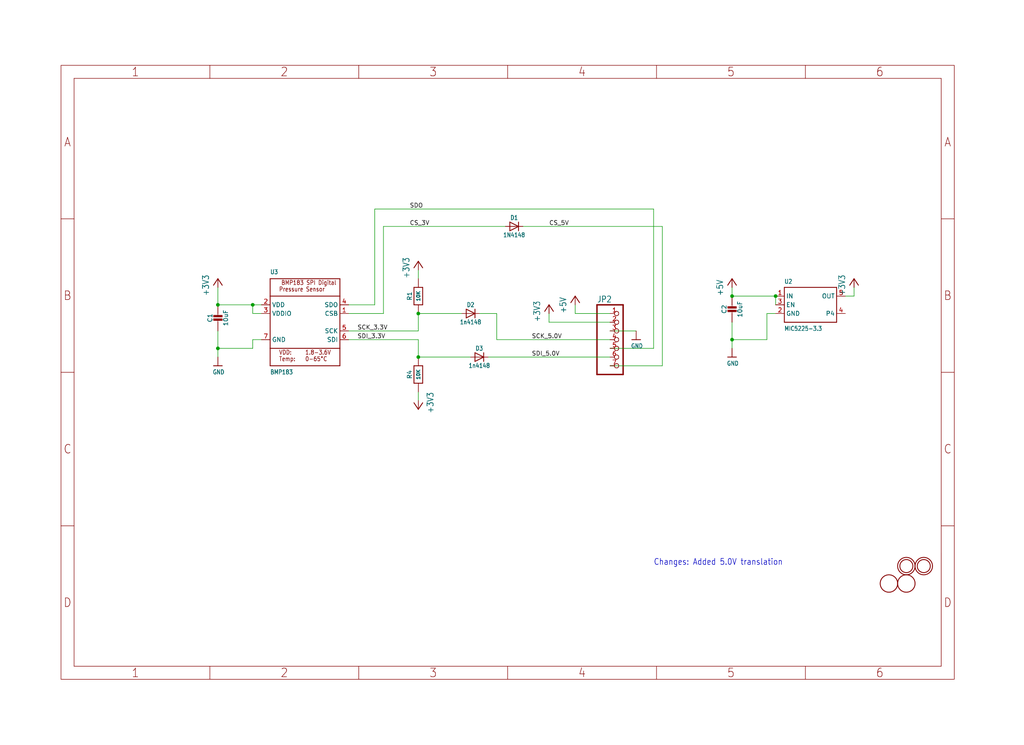
<source format=kicad_sch>
(kicad_sch (version 20230121) (generator eeschema)
  (paper "User" 298.45 217.322)
  (lib_symbols
    (symbol "working-eagle-import:+3V3" (power)
      (property "Value" "+3V3" (at -2.54 -5.08 90))
      (symbol "+3V3_1_0"
        (polyline (pts (xy 0 0) (xy -1.27 -1.905)) (stroke (width 0.254)))
        (polyline (pts (xy 1.27 -1.905) (xy 0 0)) (stroke (width 0.254)))
        (pin power_in line (at 0 -2.54 90) (length 2.54) (name "+3V3") (number "1"))
      )
    )
    (symbol "working-eagle-import:+5V" (power)
      (property "Value" "+5V" (at -2.54 -5.08 90))
      (symbol "+5V_1_0"
        (polyline (pts (xy 0 0) (xy -1.27 -1.905)) (stroke (width 0.254)))
        (polyline (pts (xy 1.27 -1.905) (xy 0 0)) (stroke (width 0.254)))
        (pin power_in line (at 0 -2.54 90) (length 2.54) (name "+5V") (number "1"))
      )
    )
    (symbol "working-eagle-import:BMP183"
      (property "Reference" "IC" (at -10.16 13.97 0))
      (symbol "BMP183_1_0"
        (polyline (pts (xy -10.16 -7.62) (xy -10.16 -12.7)) (stroke (width 0.254)))
        (polyline (pts (xy -10.16 -7.62) (xy -10.16 7.62)) (stroke (width 0.254)))
        (polyline (pts (xy -10.16 7.62) (xy 10.16 7.62)) (stroke (width 0.254)))
        (polyline (pts (xy -10.16 12.7) (xy -10.16 7.62)) (stroke (width 0.254)))
        (polyline (pts (xy -10.16 12.7) (xy 10.16 12.7)) (stroke (width 0.254)))
        (polyline (pts (xy 10.16 -12.7) (xy -10.16 -12.7)) (stroke (width 0.254)))
        (polyline (pts (xy 10.16 -7.62) (xy -10.16 -7.62)) (stroke (width 0.254)))
        (polyline (pts (xy 10.16 -7.62) (xy 10.16 -12.7)) (stroke (width 0.254)))
        (polyline (pts (xy 10.16 7.62) (xy 10.16 -7.62)) (stroke (width 0.254)))
        (polyline (pts (xy 10.16 12.7) (xy 10.16 7.62)) (stroke (width 0.254)))
        (text "0-65°C" (at 0 -11.43 0) (effects (font (size 1.27 1.0795)) (justify left bottom)))
        (text "1.8-3.6V" (at 0 -9.525 0) (effects (font (size 1.27 1.0795)) (justify left bottom)))
        (text "BMP183 SPI Digital" (at -6.985 10.795 0) (effects (font (size 1.27 1.0795)) (justify left bottom)))
        (text "Pressure Sensor" (at -7.62 8.89 0) (effects (font (size 1.27 1.0795)) (justify left bottom)))
        (text "Temp:" (at -7.62 -11.43 0) (effects (font (size 1.27 1.0795)) (justify left bottom)))
        (text "VDD:" (at -7.62 -9.525 0) (effects (font (size 1.27 1.0795)) (justify left bottom)))
        (pin input line (at 12.7 2.54 180) (length 2.54) (name "CSB") (number "1"))
        (pin power_in line (at -12.7 5.08 0) (length 2.54) (name "VDD") (number "2"))
        (pin power_in line (at -12.7 2.54 0) (length 2.54) (name "VDDIO") (number "3"))
        (pin output line (at 12.7 5.08 180) (length 2.54) (name "SDO") (number "4"))
        (pin input line (at 12.7 -2.54 180) (length 2.54) (name "SCK") (number "5"))
        (pin input line (at 12.7 -5.08 180) (length 2.54) (name "SDI") (number "6"))
        (pin power_in line (at -12.7 -5.08 0) (length 2.54) (name "GND") (number "7"))
      )
    )
    (symbol "working-eagle-import:CAP_CERAMIC0805-NOOUTLINE"
      (property "Reference" "C" (at -2.29 1.25 90))
      (symbol "CAP_CERAMIC0805-NOOUTLINE_1_0"
        (rectangle (start -1.27 0.508) (end 1.27 1.016) (fill (type outline)))
        (rectangle (start -1.27 1.524) (end 1.27 2.032) (fill (type outline)))
        (polyline (pts (xy 0 0.762) (xy 0 0)) (stroke (width 0.1524)))
        (polyline (pts (xy 0 2.54) (xy 0 1.778)) (stroke (width 0.1524)))
        (pin passive line (at 0 5.08 270) (length 2.54) (name "1") (number "1"))
        (pin passive line (at 0 -2.54 90) (length 2.54) (name "2") (number "2"))
      )
    )
    (symbol "working-eagle-import:DIODESOD-323"
      (property "Reference" "D" (at 0 2.54 0))
      (symbol "DIODESOD-323_1_0"
        (polyline (pts (xy -1.27 -1.27) (xy 1.27 0)) (stroke (width 0.254)))
        (polyline (pts (xy -1.27 1.27) (xy -1.27 -1.27)) (stroke (width 0.254)))
        (polyline (pts (xy 1.27 0) (xy -1.27 1.27)) (stroke (width 0.254)))
        (polyline (pts (xy 1.27 0) (xy 1.27 -1.27)) (stroke (width 0.254)))
        (polyline (pts (xy 1.27 1.27) (xy 1.27 0)) (stroke (width 0.254)))
        (pin passive line (at -2.54 0 0) (length 2.54) (name "A") (number "A"))
        (pin passive line (at 2.54 0 180) (length 2.54) (name "C") (number "C"))
      )
    )
    (symbol "working-eagle-import:FIDUCIAL"
      (symbol "FIDUCIAL_1_0"
        (circle (center 0 0) (radius 2.54) (stroke (width 0.254)))
      )
    )
    (symbol "working-eagle-import:FRAME_A4"
      (symbol "FRAME_A4_1_0"
        (polyline (pts (xy 0 44.7675) (xy 3.81 44.7675)))
        (polyline (pts (xy 0 89.535) (xy 3.81 89.535)))
        (polyline (pts (xy 0 134.3025) (xy 3.81 134.3025)))
        (polyline (pts (xy 3.81 3.81) (xy 3.81 175.26)))
        (polyline (pts (xy 43.3917 0) (xy 43.3917 3.81)))
        (polyline (pts (xy 43.3917 175.26) (xy 43.3917 179.07)))
        (polyline (pts (xy 86.7833 0) (xy 86.7833 3.81)))
        (polyline (pts (xy 86.7833 175.26) (xy 86.7833 179.07)))
        (polyline (pts (xy 130.175 0) (xy 130.175 3.81)))
        (polyline (pts (xy 130.175 175.26) (xy 130.175 179.07)))
        (polyline (pts (xy 173.5667 0) (xy 173.5667 3.81)))
        (polyline (pts (xy 173.5667 175.26) (xy 173.5667 179.07)))
        (polyline (pts (xy 216.9583 0) (xy 216.9583 3.81)))
        (polyline (pts (xy 216.9583 175.26) (xy 216.9583 179.07)))
        (polyline (pts (xy 256.54 3.81) (xy 3.81 3.81)))
        (polyline (pts (xy 256.54 3.81) (xy 256.54 8.89)) (stroke (width 0.1016)))
        (polyline (pts (xy 256.54 3.81) (xy 256.54 175.26)))
        (polyline (pts (xy 256.54 8.89) (xy 256.54 13.97)) (stroke (width 0.1016)))
        (polyline (pts (xy 256.54 13.97) (xy 256.54 19.05)) (stroke (width 0.1016)))
        (polyline (pts (xy 256.54 19.05) (xy 256.54 36.83)) (stroke (width 0.1016)))
        (polyline (pts (xy 256.54 44.7675) (xy 260.35 44.7675)))
        (polyline (pts (xy 256.54 89.535) (xy 260.35 89.535)))
        (polyline (pts (xy 256.54 134.3025) (xy 260.35 134.3025)))
        (polyline (pts (xy 256.54 175.26) (xy 3.81 175.26)))
        (polyline (pts (xy 0 0) (xy 260.35 0) (xy 260.35 179.07) (xy 0 179.07) (xy 0 0)))
        (text "1" (at 21.6958 1.905 0) (effects (font (size 2.54 2.286))))
        (text "1" (at 21.6958 177.165 0) (effects (font (size 2.54 2.286))))
        (text "2" (at 65.0875 1.905 0) (effects (font (size 2.54 2.286))))
        (text "2" (at 65.0875 177.165 0) (effects (font (size 2.54 2.286))))
        (text "3" (at 108.4792 1.905 0) (effects (font (size 2.54 2.286))))
        (text "3" (at 108.4792 177.165 0) (effects (font (size 2.54 2.286))))
        (text "4" (at 151.8708 1.905 0) (effects (font (size 2.54 2.286))))
        (text "4" (at 151.8708 177.165 0) (effects (font (size 2.54 2.286))))
        (text "5" (at 195.2625 1.905 0) (effects (font (size 2.54 2.286))))
        (text "5" (at 195.2625 177.165 0) (effects (font (size 2.54 2.286))))
        (text "6" (at 238.6542 1.905 0) (effects (font (size 2.54 2.286))))
        (text "6" (at 238.6542 177.165 0) (effects (font (size 2.54 2.286))))
        (text "A" (at 1.905 156.6863 0) (effects (font (size 2.54 2.286))))
        (text "A" (at 258.445 156.6863 0) (effects (font (size 2.54 2.286))))
        (text "B" (at 1.905 111.9188 0) (effects (font (size 2.54 2.286))))
        (text "B" (at 258.445 111.9188 0) (effects (font (size 2.54 2.286))))
        (text "C" (at 1.905 67.1513 0) (effects (font (size 2.54 2.286))))
        (text "C" (at 258.445 67.1513 0) (effects (font (size 2.54 2.286))))
        (text "D" (at 1.905 22.3838 0) (effects (font (size 2.54 2.286))))
        (text "D" (at 258.445 22.3838 0) (effects (font (size 2.54 2.286))))
      )
      (symbol "FRAME_A4_2_0"
        (polyline (pts (xy 1.27 -6.35) (xy 1.27 0)) (stroke (width 0.1016)))
        (polyline (pts (xy 1.27 0) (xy 82.55 0)) (stroke (width 0.1016)))
        (polyline (pts (xy 82.55 -6.35) (xy 1.27 -6.35)) (stroke (width 0.1016)))
        (polyline (pts (xy 82.55 0) (xy 82.55 -6.35)) (stroke (width 0.1016)))
        (text "PART OR WHOLE IS STRICTLY PROHIBITED WITHOUT WRITTEN PERMISSION!" (at 3.81 -5.08 0) (effects (font (size 1.27 1.0795)) (justify left bottom)))
        (text "PROPRIETARY" (at 3.81 -10.16 0) (effects (font (size 2.54 2.159) (thickness 0.4318) bold) (justify left bottom)))
        (text "THIS DRAWING CONTAINS CONFIDENTIAL INFORMATION. ANY REPRODUCTION IN" (at 3.81 -2.794 0) (effects (font (size 1.27 1.0795)) (justify left bottom)))
      )
      (symbol "FRAME_A4_3_0"
        (polyline (pts (xy 0 1.27) (xy 20.32 1.27)) (stroke (width 0.6096)))
        (polyline (pts (xy 0 10.16) (xy 0 1.27)) (stroke (width 0.6096)))
        (polyline (pts (xy 0 10.16) (xy 20.32 10.16)) (stroke (width 0.3048)))
        (polyline (pts (xy 0 19.05) (xy 0 10.16)) (stroke (width 0.6096)))
        (polyline (pts (xy 0 19.05) (xy 20.32 19.05)) (stroke (width 0.3048)))
        (polyline (pts (xy 0 27.94) (xy 0 19.05)) (stroke (width 0.6096)))
        (polyline (pts (xy 0 27.94) (xy 20.32 27.94)) (stroke (width 0.3048)))
        (polyline (pts (xy 0 34.29) (xy 0 27.94)) (stroke (width 0.6096)))
        (polyline (pts (xy 20.32 1.27) (xy 20.32 6.35)) (stroke (width 0.3048)))
        (polyline (pts (xy 20.32 1.27) (xy 95.885 1.27)) (stroke (width 0.6096)))
        (polyline (pts (xy 20.32 6.35) (xy 20.32 10.16)) (stroke (width 0.3048)))
        (polyline (pts (xy 20.32 6.35) (xy 88.9 6.35)) (stroke (width 0.3048)))
        (polyline (pts (xy 20.32 10.16) (xy 20.32 19.05)) (stroke (width 0.3048)))
        (polyline (pts (xy 20.32 16.51) (xy 20.32 19.05)) (stroke (width 0.3048)))
        (polyline (pts (xy 20.32 19.05) (xy 20.32 27.94)) (stroke (width 0.3048)))
        (polyline (pts (xy 20.32 27.94) (xy 20.32 34.29)) (stroke (width 0.3048)))
        (polyline (pts (xy 20.32 27.94) (xy 65.0875 27.94)) (stroke (width 0.3048)))
        (polyline (pts (xy 20.32 34.29) (xy 0 34.29)) (stroke (width 0.6096)))
        (polyline (pts (xy 65.0875 27.94) (xy 106.045 27.94)) (stroke (width 0.3048)))
        (polyline (pts (xy 65.0875 34.29) (xy 20.32 34.29)) (stroke (width 0.6096)))
        (polyline (pts (xy 88.9 6.35) (xy 95.885 6.35)) (stroke (width 0.3048)))
        (polyline (pts (xy 88.9 16.51) (xy 20.32 16.51)) (stroke (width 0.3048)))
        (polyline (pts (xy 88.9 16.51) (xy 88.9 6.35)) (stroke (width 0.3048)))
        (polyline (pts (xy 95.885 1.27) (xy 121.92 1.27)) (stroke (width 0.6096)))
        (polyline (pts (xy 95.885 6.35) (xy 95.885 1.27)) (stroke (width 0.3048)))
        (polyline (pts (xy 95.885 6.35) (xy 121.92 6.35)) (stroke (width 0.3048)))
        (polyline (pts (xy 101.6 13.0175) (xy 102.5525 13.0175)) (stroke (width 0.254)))
        (polyline (pts (xy 106.045 27.94) (xy 106.045 34.29)) (stroke (width 0.3048)))
        (polyline (pts (xy 106.045 27.94) (xy 110.49 27.94)) (stroke (width 0.3048)))
        (polyline (pts (xy 106.045 34.29) (xy 65.0875 34.29)) (stroke (width 0.6096)))
        (polyline (pts (xy 110.49 16.51) (xy 88.9 16.51)) (stroke (width 0.3048)))
        (polyline (pts (xy 110.49 27.94) (xy 110.49 16.51)) (stroke (width 0.3048)))
        (polyline (pts (xy 110.49 27.94) (xy 113.03 27.94)) (stroke (width 0.3048)))
        (polyline (pts (xy 113.03 27.94) (xy 121.92 27.94)) (stroke (width 0.3048)))
        (polyline (pts (xy 113.03 34.29) (xy 106.045 34.29)) (stroke (width 0.6096)))
        (polyline (pts (xy 121.92 6.35) (xy 121.92 1.27)) (stroke (width 0.6096)))
        (polyline (pts (xy 121.92 16.51) (xy 110.49 16.51)) (stroke (width 0.3048)))
        (polyline (pts (xy 121.92 16.51) (xy 121.92 6.35)) (stroke (width 0.6096)))
        (polyline (pts (xy 121.92 27.94) (xy 121.92 16.51)) (stroke (width 0.6096)))
        (polyline (pts (xy 121.92 34.29) (xy 113.03 34.29)) (stroke (width 0.6096)))
        (polyline (pts (xy 121.92 34.29) (xy 121.92 27.94)) (stroke (width 0.6096)))
        (circle (center 109.5375 31.115) (radius 1.4199) (stroke (width 0.254)))
        (text "${#}/${##}" (at 109.22 2.54 0) (effects (font (size 2.54 2.54)) (justify left bottom)))
        (text "${CHECKED}" (at 2.54 11.43 0) (effects (font (size 1.778 1.5113)) (justify left bottom)))
        (text "${COMPANY}" (at 23.6538 29.3687 0) (effects (font (size 3.175 2.6987) (thickness 0.5397) bold) (justify left bottom)))
        (text "${CURRENT_DATE}" (at 33.02 8.89 0) (effects (font (size 2.54 2.159)) (justify left bottom)))
        (text "${DATE}" (at 2.54 2.54 0) (effects (font (size 1.778 1.5113)) (justify left bottom)))
        (text "${DRAWN}" (at 2.54 20.32 0) (effects (font (size 1.778 1.5113)) (justify left bottom)))
        (text "${DRGNO}" (at 91.44 8.89 0) (effects (font (size 2.1844 1.8567)) (justify left bottom)))
        (text "${PROJECTNAME}" (at 33.3375 2.54 0) (effects (font (size 2.54 2.159)) (justify left bottom)))
        (text "${REV}" (at 114.3 18.415 0) (effects (font (size 3.81 3.2385)) (justify left bottom)))
        (text "2013" (at 112.7125 30.1625 0) (effects (font (size 1.778 1.5113)) (justify left bottom)))
        (text "C" (at 109.0612 30.48 0) (effects (font (size 1.27 1.0795)) (justify left bottom)))
        (text "CHECKED" (at 1.27 15.875 0) (effects (font (size 1.778 1.5113)) (justify left bottom)))
        (text "DATE" (at 1.27 6.985 0) (effects (font (size 1.778 1.5113)) (justify left bottom)))
        (text "DATE" (at 21.59 12.7 0) (effects (font (size 2.54 2.54)) (justify left bottom)))
        (text "DRAWN" (at 1.27 24.765 0) (effects (font (size 1.778 1.5113)) (justify left bottom)))
        (text "DRG" (at 90.17 12.7 0) (effects (font (size 2.54 2.54)) (justify left bottom)))
        (text "FILE:" (at 21.59 2.54 0) (effects (font (size 2.54 2.54)) (justify left bottom)))
        (text "ISSUE" (at 5.3975 30.1625 0) (effects (font (size 1.9304 1.6408)) (justify left bottom)))
        (text "N" (at 98.7425 12.7 0) (effects (font (size 2.54 2.54)) (justify left bottom)))
        (text "o" (at 101.2825 13.6525 0) (effects (font (size 2.1844 1.8567)) (justify left bottom)))
        (text "PAGE:" (at 97.155 2.54 0) (effects (font (size 2.54 2.54)) (justify left bottom)))
        (text "REV" (at 112.7125 24.13 0) (effects (font (size 2.54 2.54)) (justify left bottom)))
        (text "TITLE" (at 21.59 24.13 0) (effects (font (size 2.54 2.54)) (justify left bottom)))
      )
    )
    (symbol "working-eagle-import:GND" (power)
      (property "Value" "GND" (at -1.524 -2.54 0))
      (symbol "GND_1_0"
        (polyline (pts (xy -1.27 0) (xy 1.27 0)) (stroke (width 0.254)))
        (pin power_in line (at 0 2.54 270) (length 2.54) (name "GND") (number "1"))
      )
    )
    (symbol "working-eagle-import:HEADER-1X770MIL"
      (property "Reference" "JP" (at -6.35 10.795 0))
      (symbol "HEADER-1X770MIL_1_0"
        (polyline (pts (xy -6.35 -10.16) (xy 1.27 -10.16)) (stroke (width 0.4064)))
        (polyline (pts (xy -6.35 10.16) (xy -6.35 -10.16)) (stroke (width 0.4064)))
        (polyline (pts (xy 1.27 -10.16) (xy 1.27 10.16)) (stroke (width 0.4064)))
        (polyline (pts (xy 1.27 10.16) (xy -6.35 10.16)) (stroke (width 0.4064)))
        (pin passive inverted (at -2.54 7.62 0) (length 2.54) (name "1") (number "1"))
        (pin passive inverted (at -2.54 5.08 0) (length 2.54) (name "2") (number "2"))
        (pin passive inverted (at -2.54 2.54 0) (length 2.54) (name "3") (number "3"))
        (pin passive inverted (at -2.54 0 0) (length 2.54) (name "4") (number "4"))
        (pin passive inverted (at -2.54 -2.54 0) (length 2.54) (name "5") (number "5"))
        (pin passive inverted (at -2.54 -5.08 0) (length 2.54) (name "6") (number "6"))
        (pin passive inverted (at -2.54 -7.62 0) (length 2.54) (name "7") (number "7"))
      )
    )
    (symbol "working-eagle-import:MOUNTINGHOLE2.0"
      (symbol "MOUNTINGHOLE2.0_1_0"
        (circle (center 0 0) (radius 1.905) (stroke (width 0.254)))
        (circle (center 0 0) (radius 2.54) (stroke (width 0.254)))
      )
    )
    (symbol "working-eagle-import:RESISTOR0805_NOOUTLINE"
      (property "Reference" "R" (at 0 2.54 0))
      (symbol "RESISTOR0805_NOOUTLINE_1_0"
        (polyline (pts (xy -2.54 -1.27) (xy -2.54 1.27)) (stroke (width 0.254)))
        (polyline (pts (xy -2.54 1.27) (xy 2.54 1.27)) (stroke (width 0.254)))
        (polyline (pts (xy 2.54 -1.27) (xy -2.54 -1.27)) (stroke (width 0.254)))
        (polyline (pts (xy 2.54 1.27) (xy 2.54 -1.27)) (stroke (width 0.254)))
        (pin passive line (at -5.08 0 0) (length 2.54) (name "1") (number "1"))
        (pin passive line (at 5.08 0 180) (length 2.54) (name "2") (number "2"))
      )
    )
    (symbol "working-eagle-import:VREG_SOT23-5"
      (property "Reference" "U" (at -7.62 6.096 0))
      (symbol "VREG_SOT23-5_1_0"
        (polyline (pts (xy -7.62 -5.08) (xy -7.62 5.08)) (stroke (width 0.254)))
        (polyline (pts (xy -7.62 5.08) (xy 7.62 5.08)) (stroke (width 0.254)))
        (polyline (pts (xy 7.62 -5.08) (xy -7.62 -5.08)) (stroke (width 0.254)))
        (polyline (pts (xy 7.62 5.08) (xy 7.62 -5.08)) (stroke (width 0.254)))
        (pin power_in line (at -10.16 2.54 0) (length 2.54) (name "IN") (number "1"))
        (pin power_in line (at -10.16 -2.54 0) (length 2.54) (name "GND") (number "2"))
        (pin input line (at -10.16 0 0) (length 2.54) (name "EN") (number "3"))
        (pin bidirectional line (at 10.16 -2.54 180) (length 2.54) (name "P4") (number "4"))
        (pin power_in line (at 10.16 2.54 180) (length 2.54) (name "OUT") (number "5"))
      )
    )
  )
  (junction (at 73.66 88.9))
  (junction (at 63.5 101.6))
  (junction (at 121.92 104.14))
  (junction (at 121.92 91.44))
  (junction (at 63.5 88.9))
  (junction (at 226.06 86.36))
  (junction (at 213.36 86.36))
  (junction (at 213.36 99.06))
  (wire (pts (xy 223.52 99.06) (xy 213.36 99.06)) (stroke (width 0.1524)))
  (wire (pts (xy 73.66 99.06) (xy 76.2 99.06)) (stroke (width 0.1524)))
  (wire (pts (xy 121.92 91.44) (xy 134.62 91.44)) (stroke (width 0.1524)))
  (wire (pts (xy 223.52 91.44) (xy 223.52 99.06)) (stroke (width 0.1524)))
  (wire (pts (xy 63.5 101.6) (xy 63.5 104.14)) (stroke (width 0.1524)))
  (wire (pts (xy 213.36 83.82) (xy 213.36 86.36)) (stroke (width 0.1524)))
  (wire (pts (xy 109.22 88.9) (xy 109.22 60.96)) (stroke (width 0.1524)))
  (wire (pts (xy 121.92 96.52) (xy 101.6 96.52)) (stroke (width 0.1524)))
  (wire (pts (xy 101.6 88.9) (xy 109.22 88.9)) (stroke (width 0.1524)))
  (wire (pts (xy 111.76 66.04) (xy 147.32 66.04)) (stroke (width 0.1524)))
  (wire (pts (xy 213.36 99.06) (xy 213.36 101.6)) (stroke (width 0.1524)))
  (wire (pts (xy 121.92 78.74) (xy 121.92 81.28)) (stroke (width 0.1524)))
  (wire (pts (xy 193.04 66.04) (xy 193.04 106.68)) (stroke (width 0.1524)))
  (wire (pts (xy 226.06 88.9) (xy 226.06 86.36)) (stroke (width 0.1524)))
  (wire (pts (xy 101.6 91.44) (xy 111.76 91.44)) (stroke (width 0.1524)))
  (wire (pts (xy 142.24 104.14) (xy 177.8 104.14)) (stroke (width 0.1524)))
  (wire (pts (xy 121.92 104.14) (xy 121.92 99.06)) (stroke (width 0.1524)))
  (wire (pts (xy 63.5 101.6) (xy 63.5 96.52)) (stroke (width 0.1524)))
  (wire (pts (xy 76.2 91.44) (xy 73.66 91.44)) (stroke (width 0.1524)))
  (wire (pts (xy 121.92 116.84) (xy 121.92 114.3)) (stroke (width 0.1524)))
  (wire (pts (xy 167.64 91.44) (xy 167.64 88.9)) (stroke (width 0.1524)))
  (wire (pts (xy 177.8 91.44) (xy 167.64 91.44)) (stroke (width 0.1524)))
  (wire (pts (xy 101.6 99.06) (xy 121.92 99.06)) (stroke (width 0.1524)))
  (wire (pts (xy 144.78 99.06) (xy 177.8 99.06)) (stroke (width 0.1524)))
  (wire (pts (xy 144.78 91.44) (xy 144.78 99.06)) (stroke (width 0.1524)))
  (wire (pts (xy 248.92 86.36) (xy 248.92 83.82)) (stroke (width 0.1524)))
  (wire (pts (xy 63.5 101.6) (xy 73.66 101.6)) (stroke (width 0.1524)))
  (wire (pts (xy 121.92 96.52) (xy 121.92 91.44)) (stroke (width 0.1524)))
  (wire (pts (xy 76.2 88.9) (xy 73.66 88.9)) (stroke (width 0.1524)))
  (wire (pts (xy 190.5 60.96) (xy 190.5 101.6)) (stroke (width 0.1524)))
  (wire (pts (xy 139.7 91.44) (xy 144.78 91.44)) (stroke (width 0.1524)))
  (wire (pts (xy 152.4 66.04) (xy 193.04 66.04)) (stroke (width 0.1524)))
  (wire (pts (xy 226.06 86.36) (xy 213.36 86.36)) (stroke (width 0.1524)))
  (wire (pts (xy 109.22 60.96) (xy 190.5 60.96)) (stroke (width 0.1524)))
  (wire (pts (xy 73.66 91.44) (xy 73.66 88.9)) (stroke (width 0.1524)))
  (wire (pts (xy 246.38 86.36) (xy 248.92 86.36)) (stroke (width 0.1524)))
  (wire (pts (xy 73.66 101.6) (xy 73.66 99.06)) (stroke (width 0.1524)))
  (wire (pts (xy 213.36 99.06) (xy 213.36 93.98)) (stroke (width 0.1524)))
  (wire (pts (xy 226.06 91.44) (xy 223.52 91.44)) (stroke (width 0.1524)))
  (wire (pts (xy 193.04 106.68) (xy 177.8 106.68)) (stroke (width 0.1524)))
  (wire (pts (xy 63.5 88.9) (xy 63.5 83.82)) (stroke (width 0.1524)))
  (wire (pts (xy 73.66 88.9) (xy 63.5 88.9)) (stroke (width 0.1524)))
  (wire (pts (xy 190.5 101.6) (xy 177.8 101.6)) (stroke (width 0.1524)))
  (wire (pts (xy 137.16 104.14) (xy 121.92 104.14)) (stroke (width 0.1524)))
  (wire (pts (xy 160.02 91.44) (xy 160.02 93.98)) (stroke (width 0.1524)))
  (wire (pts (xy 177.8 96.52) (xy 185.42 96.52)) (stroke (width 0.1524)))
  (wire (pts (xy 111.76 91.44) (xy 111.76 66.04)) (stroke (width 0.1524)))
  (wire (pts (xy 160.02 93.98) (xy 177.8 93.98)) (stroke (width 0.1524)))
  (text "Changes: Added 5.0V translation" (at 190.5 165.1 0) (effects (font (size 1.778 1.5113)) (justify left bottom)))
  (label "CS_5V" (at 160.02 66.04 0) (effects (font (size 1.2446 1.2446))))
  (label "SCK_5.0V" (at 154.94 99.06 0) (effects (font (size 1.2446 1.2446))))
  (label "SDI_5.0V" (at 154.94 104.14 0) (effects (font (size 1.2446 1.2446))))
  (label "CS_3V" (at 119.38 66.04 0) (effects (font (size 1.2446 1.2446))))
  (label "SCK_3.3V" (at 104.14 96.52 0) (effects (font (size 1.2446 1.2446))))
  (label "SDO" (at 119.38 60.96 0) (effects (font (size 1.2446 1.2446))))
  (label "SDI_3.3V" (at 104.14 99.06 0) (effects (font (size 1.2446 1.2446))))
  (symbol (lib_id "working-eagle-import:FIDUCIAL") (at 264.16 170.18 0) (unit 1)
    (property "Reference" "U$15" (effects hide))
    (property "Value" "FIDUCIAL" (effects hide))
    (property "Footprint" "working:FIDUCIAL_1MM" (effects hide))
  )
  (symbol (lib_id "working-eagle-import:+3V3") (at 160.02 88.9 0) (unit 1)
    (property "Reference" "#+3V1" (effects hide))
    (property "Value" "+3V3" (at 157.48 93.98 90) (effects (font (size 1.778 1.5113)) (justify left bottom)))
  )
  (symbol (lib_id "working-eagle-import:DIODESOD-323") (at 139.7 104.14 0) (unit 1)
    (property "Reference" "D3" (at 139.7 101.6 0) (effects (font (size 1.27 1.0795))))
    (property "Value" "1n4148" (at 139.7 106.64 0) (effects (font (size 1.27 1.0795))))
    (property "Footprint" "working:SOD-323" (effects hide))
  )
  (symbol (lib_id "working-eagle-import:DIODESOD-323") (at 137.16 91.44 0) (unit 1)
    (property "Reference" "D2" (at 137.16 88.9 0) (effects (font (size 1.27 1.0795))))
    (property "Value" "1n4148" (at 137.16 93.94 0) (effects (font (size 1.27 1.0795))))
    (property "Footprint" "working:SOD-323" (effects hide))
  )
  (symbol (lib_id "working-eagle-import:CAP_CERAMIC0805-NOOUTLINE") (at 63.5 93.98 0) (unit 1)
    (property "Reference" "C1" (at 61.21 92.73 90))
    (property "Value" "10uF" (at 65.8 92.73 90))
    (property "Footprint" "working:0805-NO" (effects hide))
  )
  (symbol (lib_id "working-eagle-import:GND") (at 185.42 99.06 0) (unit 1)
    (property "Reference" "#U$4" (effects hide))
    (property "Value" "GND" (at 183.896 101.6 0) (effects (font (size 1.27 1.0795)) (justify left bottom)))
  )
  (symbol (lib_id "working-eagle-import:MOUNTINGHOLE2.0") (at 264.16 165.1 0) (unit 1)
    (property "Reference" "U$8" (effects hide))
    (property "Value" "MOUNTINGHOLE2.0" (effects hide))
    (property "Footprint" "working:MOUNTINGHOLE_2.0_PLATED" (effects hide))
  )
  (symbol (lib_id "working-eagle-import:+5V") (at 213.36 81.28 0) (unit 1)
    (property "Reference" "#P+4" (effects hide))
    (property "Value" "+5V" (at 210.82 86.36 90) (effects (font (size 1.778 1.5113)) (justify left bottom)))
  )
  (symbol (lib_id "working-eagle-import:GND") (at 63.5 106.68 0) (unit 1)
    (property "Reference" "#U$3" (effects hide))
    (property "Value" "GND" (at 61.976 109.22 0) (effects (font (size 1.27 1.0795)) (justify left bottom)))
  )
  (symbol (lib_id "working-eagle-import:RESISTOR0805_NOOUTLINE") (at 121.92 86.36 90) (unit 1)
    (property "Reference" "R1" (at 119.38 86.36 0))
    (property "Value" "10K" (at 121.92 86.36 0) (effects (font (size 1.016 1.016) bold)))
    (property "Footprint" "working:0805-NO" (effects hide))
  )
  (symbol (lib_id "working-eagle-import:VREG_SOT23-5") (at 236.22 88.9 0) (unit 1)
    (property "Reference" "U2" (at 228.6 82.804 0) (effects (font (size 1.27 1.0795)) (justify left bottom)))
    (property "Value" "MIC5225-3.3" (at 228.6 96.52 0) (effects (font (size 1.27 1.0795)) (justify left bottom)))
    (property "Footprint" "working:SOT23-5" (effects hide))
  )
  (symbol (lib_id "working-eagle-import:FRAME_A4") (at 17.78 198.12 0) (unit 1)
    (property "Reference" "#FRAME1" (effects hide))
    (property "Value" "FRAME_A4" (effects hide))
  )
  (symbol (lib_id "working-eagle-import:CAP_CERAMIC0805-NOOUTLINE") (at 213.36 91.44 0) (unit 1)
    (property "Reference" "C2" (at 211.07 90.19 90))
    (property "Value" "10uF" (at 215.66 90.19 90))
    (property "Footprint" "working:0805-NO" (effects hide))
  )
  (symbol (lib_id "working-eagle-import:RESISTOR0805_NOOUTLINE") (at 121.92 109.22 90) (unit 1)
    (property "Reference" "R4" (at 119.38 109.22 0))
    (property "Value" "10K" (at 121.92 109.22 0) (effects (font (size 1.016 1.016) bold)))
    (property "Footprint" "working:0805-NO" (effects hide))
  )
  (symbol (lib_id "working-eagle-import:+5V") (at 167.64 86.36 0) (unit 1)
    (property "Reference" "#P+2" (effects hide))
    (property "Value" "+5V" (at 165.1 91.44 90) (effects (font (size 1.778 1.5113)) (justify left bottom)))
  )
  (symbol (lib_id "working-eagle-import:MOUNTINGHOLE2.0") (at 269.24 165.1 0) (unit 1)
    (property "Reference" "U$7" (effects hide))
    (property "Value" "MOUNTINGHOLE2.0" (effects hide))
    (property "Footprint" "working:MOUNTINGHOLE_2.0_PLATED" (effects hide))
  )
  (symbol (lib_id "working-eagle-import:DIODESOD-323") (at 149.86 66.04 0) (unit 1)
    (property "Reference" "D1" (at 149.86 63.5 0) (effects (font (size 1.27 1.0795))))
    (property "Value" "1N4148" (at 149.86 68.54 0) (effects (font (size 1.27 1.0795))))
    (property "Footprint" "working:SOD-323" (effects hide))
  )
  (symbol (lib_id "working-eagle-import:+3V3") (at 121.92 76.2 0) (unit 1)
    (property "Reference" "#+3V4" (effects hide))
    (property "Value" "+3V3" (at 119.38 81.28 90) (effects (font (size 1.778 1.5113)) (justify left bottom)))
  )
  (symbol (lib_id "working-eagle-import:+3V3") (at 248.92 81.28 0) (unit 1)
    (property "Reference" "#+3V6" (effects hide))
    (property "Value" "+3V3" (at 246.38 86.36 90) (effects (font (size 1.778 1.5113)) (justify left bottom)))
  )
  (symbol (lib_id "working-eagle-import:FIDUCIAL") (at 259.08 170.18 0) (unit 1)
    (property "Reference" "U$5" (effects hide))
    (property "Value" "FIDUCIAL" (effects hide))
    (property "Footprint" "working:FIDUCIAL_1MM" (effects hide))
  )
  (symbol (lib_id "working-eagle-import:GND") (at 213.36 104.14 0) (unit 1)
    (property "Reference" "#U$13" (effects hide))
    (property "Value" "GND" (at 211.836 106.68 0) (effects (font (size 1.27 1.0795)) (justify left bottom)))
  )
  (symbol (lib_id "working-eagle-import:+3V3") (at 121.92 119.38 180) (unit 1)
    (property "Reference" "#+3V5" (effects hide))
    (property "Value" "+3V3" (at 124.46 114.3 90) (effects (font (size 1.778 1.5113)) (justify left bottom)))
  )
  (symbol (lib_id "working-eagle-import:BMP183") (at 88.9 93.98 0) (unit 1)
    (property "Reference" "U3" (at 78.74 80.01 0) (effects (font (size 1.27 1.0795)) (justify left bottom)))
    (property "Value" "BMP183" (at 78.74 109.22 0) (effects (font (size 1.27 1.0795)) (justify left bottom)))
    (property "Footprint" "working:BMP18X_EXTENDED" (effects hide))
  )
  (symbol (lib_id "working-eagle-import:HEADER-1X770MIL") (at 180.34 99.06 0) (unit 1)
    (property "Reference" "JP2" (at 173.99 88.265 0) (effects (font (size 1.778 1.5113)) (justify left bottom)))
    (property "Value" "HEADER-1X770MIL" (effects hide))
    (property "Footprint" "working:1X07_ROUND_70" (effects hide))
  )
  (symbol (lib_id "working-eagle-import:+3V3") (at 63.5 81.28 0) (unit 1)
    (property "Reference" "#+3V7" (effects hide))
    (property "Value" "+3V3" (at 60.96 86.36 90) (effects (font (size 1.778 1.5113)) (justify left bottom)))
  )
)
</source>
